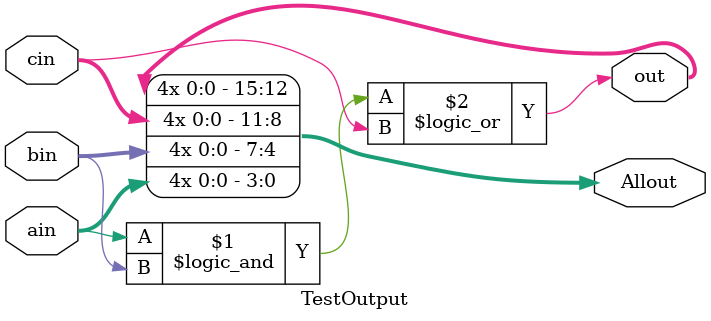
<source format=v>
module TestOutput(ain,bin,cin,out,Allout);

	input ain;
	input bin;
	input cin;
	output out;
	output [15:0] Allout;

	assign	out=(ain && bin) || cin;
	assign	Allout[0]=ain;
	assign	Allout[1]=ain;
	assign	Allout[2]=ain;
	assign	Allout[3]=ain;
	assign	Allout[4]=bin;
	assign	Allout[5]=bin;
	assign	Allout[6]=bin;
	assign	Allout[7]=bin;
	assign	Allout[8]=cin;
	assign	Allout[9]=cin;
	assign	Allout[10]=cin;
	assign	Allout[11]=cin;
	assign	Allout[12]=out;
	assign	Allout[13]=out;
	assign	Allout[14]=out;
	assign	Allout[15]=out;

endmodule

</source>
